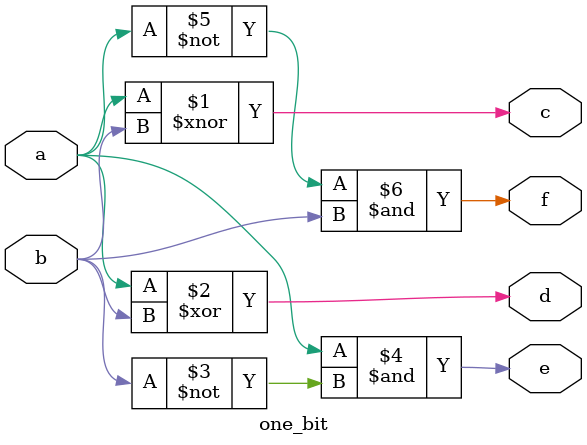
<source format=v>
`timescale 1ns / 1ps


module one_bit(
 input a,
    input b,
    output c,
    output d,
    output e,
    output f
    );
    assign c=a^~b;
    assign d=a^b;
    assign e=a&~b;
    assign f=~a&b;
endmodule

</source>
